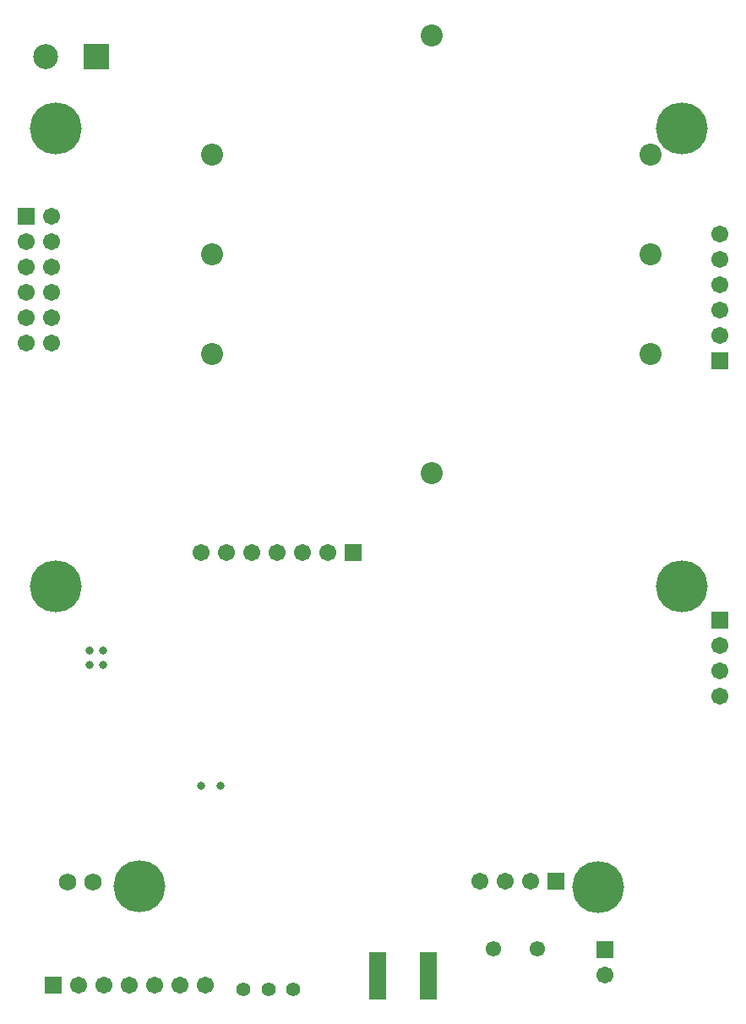
<source format=gbs>
%FSLAX25Y25*%
%MOIN*%
G70*
G01*
G75*
G04 Layer_Color=16711935*
%ADD10R,0.03740X0.03150*%
%ADD11R,0.04134X0.05906*%
%ADD12R,0.02362X0.04134*%
%ADD13R,0.03543X0.02953*%
%ADD14R,0.07087X0.29528*%
%ADD15O,0.01378X0.03150*%
%ADD16O,0.03150X0.01378*%
%ADD17R,0.09843X0.09843*%
%ADD18R,0.01969X0.12205*%
%ADD19R,0.07874X0.09843*%
%ADD20R,0.07874X0.12992*%
%ADD21R,0.02362X0.05512*%
%ADD22R,0.04331X0.05709*%
%ADD23R,0.00984X0.07087*%
%ADD24O,0.06890X0.02165*%
%ADD25O,0.02165X0.06890*%
%ADD26R,0.02953X0.03543*%
%ADD27R,0.03150X0.03740*%
%ADD28R,0.04331X0.07480*%
%ADD29R,0.05709X0.04331*%
%ADD30R,0.04134X0.07087*%
%ADD31R,0.03937X0.09055*%
%ADD32R,0.05512X0.02362*%
%ADD33R,0.04331X0.07480*%
%ADD34O,0.03150X0.01181*%
%ADD35O,0.01181X0.03150*%
%ADD36R,0.02362X0.02362*%
%ADD37R,0.03937X0.01181*%
%ADD38R,0.02756X0.01181*%
%ADD39R,0.07087X0.04724*%
%ADD40R,0.06102X0.02362*%
%ADD41R,0.05906X0.11024*%
%ADD42R,0.03150X0.01969*%
%ADD43R,0.04134X0.08661*%
%ADD44R,0.05906X0.17716*%
%ADD45R,0.05906X0.16142*%
%ADD46O,0.01772X0.08268*%
%ADD47O,0.02362X0.13583*%
%ADD48R,0.18898X0.20315*%
%ADD49R,0.01969X0.02362*%
%ADD50R,0.05315X0.02362*%
%ADD51R,0.08465X0.09843*%
%ADD52C,0.01200*%
%ADD53C,0.02000*%
%ADD54C,0.01200*%
%ADD55C,0.03000*%
%ADD56C,0.00800*%
%ADD57C,0.01000*%
%ADD58C,0.04000*%
%ADD59C,0.01500*%
%ADD60R,0.07569X0.07569*%
%ADD61R,0.03937X0.04715*%
%ADD62R,0.07776X0.02559*%
%ADD63R,0.16929X0.07087*%
%ADD64R,0.04134X0.11614*%
%ADD65R,0.01705X0.00581*%
%ADD66R,0.01705X0.01280*%
%ADD67R,0.00239X0.00358*%
%ADD68R,0.00342X0.00386*%
%ADD69R,0.00342X0.00386*%
%ADD70R,0.00239X0.00358*%
%ADD71R,0.00280X0.00186*%
%ADD72R,0.00441X0.00236*%
%ADD73R,0.00248X0.00441*%
%ADD74R,0.00262X0.00395*%
%ADD75R,0.00286X0.00429*%
%ADD76R,0.02142X0.00344*%
%ADD77R,0.04702X0.00344*%
%ADD78C,0.04724*%
%ADD79C,0.05906*%
%ADD80R,0.05906X0.05906*%
%ADD81C,0.05315*%
%ADD82C,0.06000*%
%ADD83C,0.07874*%
%ADD84C,0.19685*%
%ADD85R,0.05906X0.05906*%
%ADD86C,0.09055*%
%ADD87R,0.09055X0.09055*%
%ADD88C,0.02400*%
%ADD89C,0.04800*%
%ADD90C,0.00984*%
%ADD91C,0.00400*%
%ADD92C,0.02362*%
%ADD93C,0.00787*%
%ADD94C,0.00700*%
%ADD95C,0.01969*%
%ADD96C,0.00492*%
%ADD97C,0.00591*%
%ADD98R,0.02165X0.06299*%
%ADD99R,0.02165X0.10236*%
%ADD100R,0.04540X0.03950*%
%ADD101R,0.04934X0.06706*%
%ADD102R,0.03162X0.04934*%
%ADD103R,0.04343X0.03753*%
%ADD104R,0.07887X0.30328*%
%ADD105O,0.02158X0.03930*%
%ADD106O,0.03930X0.02158*%
%ADD107R,0.10642X0.10642*%
%ADD108R,0.02749X0.12985*%
%ADD109R,0.08674X0.10642*%
%ADD110R,0.08674X0.13792*%
%ADD111R,0.03162X0.06312*%
%ADD112R,0.05131X0.06509*%
%ADD113R,0.01564X0.07667*%
%ADD114O,0.07470X0.02745*%
%ADD115O,0.02745X0.07470*%
%ADD116R,0.03753X0.04343*%
%ADD117R,0.03950X0.04540*%
%ADD118R,0.05131X0.08280*%
%ADD119R,0.06509X0.05131*%
%ADD120R,0.04934X0.07887*%
%ADD121R,0.04737X0.09855*%
%ADD122R,0.06312X0.03162*%
%ADD123R,0.05131X0.08280*%
%ADD124O,0.03950X0.01981*%
%ADD125O,0.01981X0.03950*%
%ADD126R,0.03162X0.03162*%
%ADD127R,0.04737X0.01981*%
%ADD128R,0.03136X0.01561*%
%ADD129R,0.07887X0.05524*%
%ADD130R,0.06902X0.03162*%
%ADD131R,0.06706X0.11824*%
%ADD132R,0.03950X0.02769*%
%ADD133R,0.04934X0.09461*%
%ADD134R,0.06706X0.18517*%
%ADD135R,0.06706X0.16942*%
%ADD136O,0.02572X0.09068*%
%ADD137O,0.03162X0.14383*%
%ADD138R,0.19698X0.21115*%
%ADD139R,0.02769X0.03162*%
%ADD140R,0.06115X0.03162*%
%ADD141R,0.09265X0.10642*%
%ADD142C,0.05524*%
%ADD143C,0.06706*%
%ADD144R,0.06706X0.06706*%
%ADD145C,0.06115*%
%ADD146C,0.06800*%
%ADD147C,0.08674*%
%ADD148C,0.20485*%
%ADD149R,0.06706X0.06706*%
%ADD150C,0.09855*%
%ADD151R,0.09855X0.09855*%
%ADD152C,0.03200*%
D134*
X1349594Y1191268D02*
D03*
X1329595D02*
D03*
D142*
X1286417Y1186024D02*
D03*
X1276575D02*
D03*
X1296260D02*
D03*
D143*
X1369803Y1228563D02*
D03*
X1379803D02*
D03*
X1389803D02*
D03*
X1200945Y1491142D02*
D03*
X1190945Y1481142D02*
D03*
X1200945D02*
D03*
X1190945Y1471142D02*
D03*
X1200945D02*
D03*
X1190945Y1461142D02*
D03*
X1200945D02*
D03*
X1190945Y1451142D02*
D03*
X1200945D02*
D03*
X1190945Y1441142D02*
D03*
X1200945D02*
D03*
X1464567Y1321693D02*
D03*
Y1311693D02*
D03*
Y1301693D02*
D03*
X1299882Y1358268D02*
D03*
X1309882D02*
D03*
X1289882D02*
D03*
X1279882D02*
D03*
X1269882D02*
D03*
X1259882D02*
D03*
X1419291Y1191772D02*
D03*
X1221732Y1187638D02*
D03*
X1211732D02*
D03*
X1231732D02*
D03*
X1241732D02*
D03*
X1251732D02*
D03*
X1261732D02*
D03*
X1464567Y1484055D02*
D03*
Y1474055D02*
D03*
Y1464055D02*
D03*
Y1454055D02*
D03*
Y1444055D02*
D03*
D144*
X1399803Y1228563D02*
D03*
X1319882Y1358268D02*
D03*
X1201732Y1187638D02*
D03*
D145*
X1375394Y1201988D02*
D03*
X1392717D02*
D03*
D146*
X1207402Y1228543D02*
D03*
X1217402D02*
D03*
D147*
X1264370Y1515354D02*
D03*
Y1436614D02*
D03*
X1437205D02*
D03*
Y1515354D02*
D03*
Y1475984D02*
D03*
X1264370D02*
D03*
X1350787Y1562402D02*
D03*
Y1389567D02*
D03*
D148*
X1449646Y1345000D02*
D03*
X1416732Y1226339D02*
D03*
X1235512Y1226634D02*
D03*
X1202598Y1525669D02*
D03*
Y1345079D02*
D03*
X1449646Y1525669D02*
D03*
D149*
X1190945Y1491142D02*
D03*
X1464567Y1331693D02*
D03*
X1419291Y1201772D02*
D03*
X1464567Y1434055D02*
D03*
D150*
X1198661Y1554134D02*
D03*
D151*
X1218661D02*
D03*
D152*
X1259842Y1266339D02*
D03*
X1267717D02*
D03*
X1221358Y1319685D02*
D03*
Y1314173D02*
D03*
X1215847D02*
D03*
Y1319685D02*
D03*
M02*

</source>
